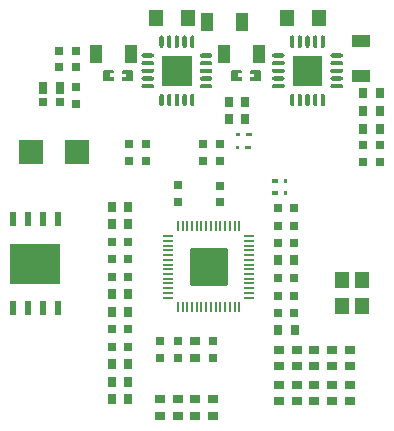
<source format=gbp>
G04 Layer: BottomPasteMaskLayer*
G04 EasyEDA Pro v2.2.28.1, 2024-10-09 18:22:48*
G04 Gerber Generator version 0.3*
G04 Scale: 100 percent, Rotated: No, Reflected: No*
G04 Dimensions in millimeters*
G04 Leading zeros omitted, absolute positions, 3 integers and 5 decimals*
%FSLAX35Y35*%
%MOMM*%
%AMRoundRect*1,1,$1,$2,$3*1,1,$1,$4,$5*1,1,$1,0-$2,0-$3*1,1,$1,0-$4,0-$5*20,1,$1,$2,$3,$4,$5,0*20,1,$1,$4,$5,0-$2,0-$3,0*20,1,$1,0-$2,0-$3,0-$4,0-$5,0*20,1,$1,0-$4,0-$5,$2,$3,0*4,1,4,$2,$3,$4,$5,0-$2,0-$3,0-$4,0-$5,$2,$3,0*%
%ADD10RoundRect,0.1X0.05X0.3875X0.05X-0.3875*%
%ADD11RoundRect,0.1X0.3875X0.05X0.3875X-0.05*%
%ADD12RoundRect,0.288X1.456X1.456X1.456X-1.456*%
%ADD13R,2.07X2.05999*%
%ADD14R,1.05X1.6*%
%ADD15R,1.6X1.05*%
%ADD16R,1.05X1.6*%
%ADD17R,0.6003X1.2*%
%ADD18R,0.6X1.2*%
%ADD19R,4.29999X3.39999*%
%ADD20R,0.8X0.762*%
%ADD21R,0.762X0.8*%
%ADD22R,0.762X0.8*%
%ADD23R,0.8X0.762*%
%ADD24R,0.8X0.9*%
%ADD25R,0.8X0.9*%
%ADD26R,0.9X0.8*%
%ADD27R,0.9X0.8*%
%ADD28R,1.2X1.4*%
%ADD29R,0.8001X1.04902*%
%ADD30R,0.8001X0.65024*%
%ADD31R,0.8001X1.04902*%
%ADD32R,0.8001X0.65024*%
%ADD33R,1.2X1.4*%
G75*


G04 PolygonModel Start*
G36*
G01X-2119108Y873223D02*
G01X-2371109Y873223D01*
G01X-2371109Y621222D01*
G01X-2119108Y621222D01*
G01X-2119108Y873223D01*
G37*
G36*
G01X-1962124Y859017D02*
G03X-1962124Y895420I0J18202D01*
G01X-2034422Y895420D01*
G03X-2034422Y859017I0J-18202D01*
G01X-1962124Y859017D01*
G37*
G36*
G01X-1962124Y794018D02*
G03X-1962124Y830421I0J18202D01*
G01X-2034422Y830421D01*
G03X-2034422Y794018I0J-18202D01*
G01X-1962124Y794018D01*
G37*
G36*
G01X-1962124Y729019D02*
G03X-1962124Y765423I0J18202D01*
G01X-2034422Y765423D01*
G03X-2034422Y729019I0J-18202D01*
G01X-1962124Y729019D01*
G37*
G36*
G01X-1962124Y664021D02*
G03X-1962124Y700424I0J18202D01*
G01X-2034422Y700424D01*
G03X-2034422Y664021I0J-18202D01*
G01X-1962124Y664021D01*
G37*
G36*
G01X-1962124Y599022D02*
G03X-1962124Y635425I0J18202D01*
G01X-2034422Y635425D01*
G03X-2034422Y599022I0J-18202D01*
G01X-1962124Y599022D01*
G37*
G36*
G01X-2096911Y536508D02*
G03X-2133315Y536508I-18202J0D01*
G01X-2133315Y464209D01*
G03X-2096911Y464209I18202J0D01*
G01X-2096911Y536508D01*
G37*
G36*
G01X-2161910Y536508D02*
G03X-2198313Y536508I-18202J0D01*
G01X-2198313Y464209D01*
G03X-2161910Y464209I18202J0D01*
G01X-2161910Y536508D01*
G37*
G36*
G01X-2226908Y536508D02*
G03X-2263312Y536508I-18202J0D01*
G01X-2263312Y464209D01*
G03X-2226908Y464209I18202J0D01*
G01X-2226908Y536508D01*
G37*
G36*
G01X-2291907Y536508D02*
G03X-2328310Y536508I-18202J0D01*
G01X-2328310Y464209D01*
G03X-2291907Y464209I18202J0D01*
G01X-2291907Y536508D01*
G37*
G36*
G01X-2356906Y536508D02*
G03X-2393309Y536508I-18202J0D01*
G01X-2393309Y464209D01*
G03X-2356906Y464209I18202J0D01*
G01X-2356906Y536508D01*
G37*
G36*
G01X-2455823Y599022D02*
G03X-2455823Y635425I0J18202D01*
G01X-2528122Y635425D01*
G03X-2528122Y599022I0J-18202D01*
G01X-2455823Y599022D01*
G37*
G36*
G01X-2455823Y664021D02*
G03X-2455823Y700424I0J18202D01*
G01X-2528122Y700424D01*
G03X-2528122Y664021I0J-18202D01*
G01X-2455823Y664021D01*
G37*
G36*
G01X-2455823Y729019D02*
G03X-2455823Y765423I0J18202D01*
G01X-2528122Y765423D01*
G03X-2528122Y729019I0J-18202D01*
G01X-2455823Y729019D01*
G37*
G36*
G01X-2455823Y794018D02*
G03X-2455823Y830421I0J18202D01*
G01X-2528122Y830421D01*
G03X-2528122Y794018I0J-18202D01*
G01X-2455823Y794018D01*
G37*
G36*
G01X-2455823Y859017D02*
G03X-2455823Y895420I0J18202D01*
G01X-2528122Y895420D01*
G03X-2528122Y859017I0J-18202D01*
G01X-2455823Y859017D01*
G37*
G36*
G01X-2356906Y1030207D02*
G03X-2393309Y1030207I-18202J0D01*
G01X-2393309Y957909D01*
G03X-2356906Y957909I18202J0D01*
G01X-2356906Y1030207D01*
G37*
G36*
G01X-2291907Y1030207D02*
G03X-2328310Y1030207I-18202J0D01*
G01X-2328310Y957909D01*
G03X-2291907Y957909I18202J0D01*
G01X-2291907Y1030207D01*
G37*
G36*
G01X-2226908Y1030207D02*
G03X-2263312Y1030207I-18202J0D01*
G01X-2263312Y957909D01*
G03X-2226908Y957909I18202J0D01*
G01X-2226908Y1030207D01*
G37*
G36*
G01X-2161910Y1030207D02*
G03X-2198313Y1030207I-18202J0D01*
G01X-2198313Y957909D01*
G03X-2161910Y957909I18202J0D01*
G01X-2161910Y1030207D01*
G37*
G36*
G01X-2096911Y1030207D02*
G03X-2133315Y1030207I-18202J0D01*
G01X-2133315Y957909D01*
G03X-2096911Y957909I18202J0D01*
G01X-2096911Y1030207D01*
G37*
G36*
G01X-1013110Y873223D02*
G01X-1265112Y873223D01*
G01X-1265112Y621222D01*
G01X-1013110Y621222D01*
G01X-1013110Y873223D01*
G37*
G36*
G01X-856126Y859017D02*
G03X-856126Y895420I0J18202D01*
G01X-928424Y895420D01*
G03X-928424Y859017I0J-18202D01*
G01X-856126Y859017D01*
G37*
G36*
G01X-856126Y794018D02*
G03X-856126Y830421I0J18202D01*
G01X-928424Y830421D01*
G03X-928424Y794018I0J-18202D01*
G01X-856126Y794018D01*
G37*
G36*
G01X-856126Y729019D02*
G03X-856126Y765423I0J18202D01*
G01X-928424Y765423D01*
G03X-928424Y729019I0J-18202D01*
G01X-856126Y729019D01*
G37*
G36*
G01X-856126Y664021D02*
G03X-856126Y700424I0J18202D01*
G01X-928424Y700424D01*
G03X-928424Y664021I0J-18202D01*
G01X-856126Y664021D01*
G37*
G36*
G01X-856126Y599022D02*
G03X-856126Y635425I0J18202D01*
G01X-928424Y635425D01*
G03X-928424Y599022I0J-18202D01*
G01X-856126Y599022D01*
G37*
G36*
G01X-990913Y536508D02*
G03X-1027317Y536508I-18202J0D01*
G01X-1027317Y464209D01*
G03X-990913Y464209I18202J0D01*
G01X-990913Y536508D01*
G37*
G36*
G01X-1055912Y536508D02*
G03X-1092315Y536508I-18202J0D01*
G01X-1092315Y464209D01*
G03X-1055912Y464209I18202J0D01*
G01X-1055912Y536508D01*
G37*
G36*
G01X-1120911Y536508D02*
G03X-1157314Y536508I-18202J0D01*
G01X-1157314Y464209D01*
G03X-1120911Y464209I18202J0D01*
G01X-1120911Y536508D01*
G37*
G36*
G01X-1185909Y536508D02*
G03X-1222313Y536508I-18202J0D01*
G01X-1222313Y464209D01*
G03X-1185909Y464209I18202J0D01*
G01X-1185909Y536508D01*
G37*
G36*
G01X-1250908Y536508D02*
G03X-1287311Y536508I-18202J0D01*
G01X-1287311Y464209D01*
G03X-1250908Y464209I18202J0D01*
G01X-1250908Y536508D01*
G37*
G36*
G01X-1349826Y599022D02*
G03X-1349826Y635425I0J18202D01*
G01X-1422124Y635425D01*
G03X-1422124Y599022I0J-18202D01*
G01X-1349826Y599022D01*
G37*
G36*
G01X-1349826Y664021D02*
G03X-1349826Y700424I0J18202D01*
G01X-1422124Y700424D01*
G03X-1422124Y664021I0J-18202D01*
G01X-1349826Y664021D01*
G37*
G36*
G01X-1349826Y729019D02*
G03X-1349826Y765423I0J18202D01*
G01X-1422124Y765423D01*
G03X-1422124Y729019I0J-18202D01*
G01X-1349826Y729019D01*
G37*
G36*
G01X-1349826Y794018D02*
G03X-1349826Y830421I0J18202D01*
G01X-1422124Y830421D01*
G03X-1422124Y794018I0J-18202D01*
G01X-1349826Y794018D01*
G37*
G36*
G01X-1349826Y859017D02*
G03X-1349826Y895420I0J18202D01*
G01X-1422124Y895420D01*
G03X-1422124Y859017I0J-18202D01*
G01X-1349826Y859017D01*
G37*
G36*
G01X-1250908Y1030207D02*
G03X-1287311Y1030207I-18202J0D01*
G01X-1287311Y957909D01*
G03X-1250908Y957909I18202J0D01*
G01X-1250908Y1030207D01*
G37*
G36*
G01X-1185909Y1030207D02*
G03X-1222313Y1030207I-18202J0D01*
G01X-1222313Y957909D01*
G03X-1185909Y957909I18202J0D01*
G01X-1185909Y1030207D01*
G37*
G36*
G01X-1120911Y1030207D02*
G03X-1157314Y1030207I-18202J0D01*
G01X-1157314Y957909D01*
G03X-1120911Y957909I18202J0D01*
G01X-1120911Y1030207D01*
G37*
G36*
G01X-1055912Y1030207D02*
G03X-1092315Y1030207I-18202J0D01*
G01X-1092315Y957909D01*
G03X-1055912Y957909I18202J0D01*
G01X-1055912Y1030207D01*
G37*
G36*
G01X-990913Y1030207D02*
G03X-1027317Y1030207I-18202J0D01*
G01X-1027317Y957909D01*
G03X-990913Y957909I18202J0D01*
G01X-990913Y1030207D01*
G37*
G36*
G01X-1666067Y82620D02*
G01X-1666067Y113380D01*
G01X-1615622Y113380D01*
G01X-1615622Y82620D01*
G01X-1666067Y82620D01*
G37*
G36*
G01X-1717197Y82620D02*
G01X-1717197Y113380D01*
G01X-1747321Y113380D01*
G01X-1747321Y82620D01*
G01X-1717197Y82620D01*
G37*
G36*
G01X-1392088Y-270620D02*
G01X-1392088Y-301379D01*
G01X-1442532Y-301379D01*
G01X-1442532Y-270620D01*
G01X-1392088Y-270620D01*
G37*
G36*
G01X-1340957Y-270620D02*
G01X-1340957Y-301379D01*
G01X-1310833Y-301379D01*
G01X-1310833Y-270620D01*
G01X-1340957Y-270620D01*
G37*
G36*
G01X-1392088Y-168620D02*
G01X-1392088Y-199379D01*
G01X-1442532Y-199379D01*
G01X-1442532Y-168620D01*
G01X-1392088Y-168620D01*
G37*
G36*
G01X-1340957Y-168620D02*
G01X-1340957Y-199379D01*
G01X-1310833Y-199379D01*
G01X-1310833Y-168620D01*
G01X-1340957Y-168620D01*
G37*
G36*
G01X-2863753Y753767D02*
G01X-2783753Y753767D01*
G01X-2778752Y748766D01*
G01X-2778752Y725970D01*
G01X-2815752Y725970D01*
G01X-2815752Y692970D01*
G01X-2778752Y692970D01*
G01X-2778752Y668766D01*
G01X-2783753Y663768D01*
G01X-2863753Y663768D01*
G01X-2868751Y668766D01*
G01X-2868751Y748766D01*
G01X-2863753Y753767D01*
G37*
G36*
G01X-2624749Y663770D02*
G01X-2704749Y663770D01*
G01X-2709750Y668771D01*
G01X-2709750Y691568D01*
G01X-2672750Y691568D01*
G01X-2672750Y724568D01*
G01X-2709750Y724568D01*
G01X-2709750Y748771D01*
G01X-2704749Y753770D01*
G01X-2624749Y753770D01*
G01X-2619750Y748771D01*
G01X-2619750Y668771D01*
G01X-2624749Y663770D01*
G37*
G36*
G01X-1780021Y753767D02*
G01X-1700021Y753767D01*
G01X-1695020Y748766D01*
G01X-1695020Y725970D01*
G01X-1732020Y725970D01*
G01X-1732020Y692970D01*
G01X-1695020Y692970D01*
G01X-1695020Y668766D01*
G01X-1700021Y663768D01*
G01X-1780021Y663768D01*
G01X-1785020Y668766D01*
G01X-1785020Y748766D01*
G01X-1780021Y753767D01*
G37*
G36*
G01X-1541017Y663770D02*
G01X-1621017Y663770D01*
G01X-1626018Y668771D01*
G01X-1626018Y691568D01*
G01X-1589018Y691568D01*
G01X-1589018Y724568D01*
G01X-1626018Y724568D01*
G01X-1626018Y748771D01*
G01X-1621017Y753770D01*
G01X-1541017Y753770D01*
G01X-1536019Y748771D01*
G01X-1536019Y668771D01*
G01X-1541017Y663770D01*
G37*
G36*
G01X-1660797Y192619D02*
G01X-1660797Y223378D01*
G01X-1610352Y223378D01*
G01X-1610352Y192619D01*
G01X-1660797Y192619D01*
G37*
G36*
G01X-1711927Y192619D02*
G01X-1711927Y223378D01*
G01X-1742051Y223378D01*
G01X-1742051Y192619D01*
G01X-1711927Y192619D01*
G37*

G04 Pad Start*
G54D10*
G01X-2237003Y-568609D03*
G01X-2197003Y-568609D03*
G01X-2157003Y-568609D03*
G01X-2117003Y-568609D03*
G01X-2077003Y-568609D03*
G01X-2037003Y-568609D03*
G01X-1997003Y-568609D03*
G01X-1957003Y-568609D03*
G01X-1917003Y-568609D03*
G01X-1877003Y-568609D03*
G01X-1837003Y-568609D03*
G01X-1797004Y-568609D03*
G01X-1757004Y-568609D03*
G01X-1717004Y-568609D03*
G54D11*
G01X-1633254Y-652359D03*
G01X-1633254Y-692359D03*
G01X-1633254Y-732359D03*
G01X-1633254Y-772359D03*
G01X-1633254Y-812359D03*
G01X-1633254Y-852359D03*
G01X-1633254Y-892359D03*
G01X-1633254Y-932359D03*
G01X-1633254Y-972359D03*
G01X-1633254Y-1012359D03*
G01X-1633254Y-1052359D03*
G01X-1633254Y-1092358D03*
G01X-1633254Y-1132358D03*
G01X-1633254Y-1172358D03*
G54D10*
G01X-1717004Y-1256108D03*
G01X-1757004Y-1256108D03*
G01X-1797004Y-1256108D03*
G01X-1837003Y-1256108D03*
G01X-1877003Y-1256108D03*
G01X-1917003Y-1256108D03*
G01X-1957003Y-1256108D03*
G01X-1997003Y-1256108D03*
G01X-2037003Y-1256108D03*
G01X-2077003Y-1256108D03*
G01X-2117003Y-1256108D03*
G01X-2157003Y-1256108D03*
G01X-2197003Y-1256108D03*
G01X-2237003Y-1256108D03*
G54D11*
G01X-2320753Y-1172358D03*
G01X-2320753Y-1132358D03*
G01X-2320753Y-1092358D03*
G01X-2320753Y-1052359D03*
G01X-2320753Y-1012359D03*
G01X-2320753Y-972359D03*
G01X-2320753Y-932359D03*
G01X-2320753Y-892359D03*
G01X-2320753Y-852359D03*
G01X-2320753Y-812359D03*
G01X-2320753Y-772359D03*
G01X-2320753Y-732359D03*
G01X-2320753Y-692359D03*
G01X-2320753Y-652359D03*
G54D12*
G01X-1977003Y-912359D03*
G54D13*
G01X-3479275Y63746D03*
G01X-3093474Y63746D03*
G54D14*
G01X-1695624Y1161207D03*
G01X-1990623Y1161207D03*
G54D15*
G01X-688126Y701164D03*
G01X-688126Y996163D03*
G54D16*
G01X-1845623Y886208D03*
G01X-1550624Y886208D03*
G01X-2929355Y886208D03*
G01X-2634356Y886208D03*
G54D18*
G01X-3379404Y-1263816D03*
G01X-3252404Y-1263816D03*
G01X-3633404Y-1263816D03*
G01X-3506404Y-1263816D03*
G01X-3506404Y-503848D03*
G01X-3379404Y-503848D03*
G01X-3252404Y-503822D03*
G01X-3633404Y-503822D03*
G54D19*
G01X-3442879Y-883857D03*
G54D20*
G01X-1393124Y-710622D03*
G01X-1253119Y-710622D03*
G01X-1393124Y-1006700D03*
G01X-1253119Y-1006700D03*
G01X-1393124Y-1154739D03*
G01X-1253119Y-1154739D03*
G01X-2796679Y-848334D03*
G01X-2656674Y-848334D03*
G54D21*
G01X-1877943Y-365141D03*
G01X-1877943Y-225136D03*
G01X-2236083Y-362601D03*
G01X-2236083Y-222596D03*
G54D20*
G01X-2796679Y-996241D03*
G01X-2656674Y-996241D03*
G54D21*
G01X-2238122Y-1683000D03*
G01X-2238122Y-1542995D03*
G01X-3096447Y779246D03*
G01X-3096447Y919251D03*
G01X-3240667Y776212D03*
G01X-3240667Y916217D03*
G01X-2388122Y-1683000D03*
G01X-2388122Y-1542995D03*
G54D20*
G01X-2796679Y-1587869D03*
G01X-2656674Y-1587869D03*
G01X-1393124Y-1302779D03*
G01X-1253119Y-1302779D03*
G01X-2796679Y-700427D03*
G01X-2656674Y-700427D03*
G01X-2796679Y-1439962D03*
G01X-2656674Y-1439962D03*
G54D22*
G01X-3096988Y606942D03*
G01X-3096988Y466937D03*
G54D21*
G01X-1938679Y-1683000D03*
G01X-1938679Y-1542995D03*
G54D22*
G01X-2021996Y127002D03*
G01X-2021996Y-13003D03*
G01X-1878484Y127002D03*
G01X-1878484Y-13003D03*
G54D23*
G01X-1251570Y-414003D03*
G01X-1391575Y-414003D03*
G01X-1251570Y-562042D03*
G01X-1391575Y-562042D03*
G54D22*
G01X-2646995Y127002D03*
G01X-2646995Y-13003D03*
G01X-2502774Y127002D03*
G01X-2502774Y-13003D03*
G54D20*
G01X-667298Y116700D03*
G01X-527294Y116700D03*
G54D23*
G01X-527294Y-27521D03*
G01X-667298Y-27521D03*
G54D24*
G01X-2796679Y-1292055D03*
G01X-2656674Y-1292055D03*
G01X-2796679Y-1144148D03*
G01X-2656674Y-1144148D03*
G54D25*
G01X-527908Y559178D03*
G01X-667913Y559178D03*
G54D24*
G01X-2796679Y-2031590D03*
G01X-2656674Y-2031590D03*
G54D26*
G01X-2388392Y-2034657D03*
G01X-2388392Y-2174662D03*
G01X-2238393Y-2034657D03*
G01X-2238393Y-2174662D03*
G01X-2088393Y-2034657D03*
G01X-2088393Y-2174662D03*
G54D25*
G01X-528124Y255892D03*
G01X-668128Y255892D03*
G01X-528124Y405815D03*
G01X-668128Y405815D03*
G01X-1668001Y481892D03*
G01X-1808006Y481892D03*
G01X-1668001Y337209D03*
G01X-1808006Y337209D03*
G01X-1253121Y-858120D03*
G01X-1393126Y-858120D03*
G01X-2655125Y-551979D03*
G01X-2795130Y-551979D03*
G01X-2655125Y-404072D03*
G01X-2795130Y-404072D03*
G54D24*
G01X-2796679Y-1883683D03*
G01X-2656674Y-1883683D03*
G01X-2796679Y-1735776D03*
G01X-2656674Y-1735776D03*
G01X-1387911Y-1450818D03*
G01X-1247906Y-1450818D03*
G54D26*
G01X-1938392Y-2034657D03*
G01X-1938392Y-2174662D03*
G01X-1381184Y-1613656D03*
G01X-1381184Y-1753660D03*
G01X-1231184Y-1613656D03*
G01X-1231184Y-1753660D03*
G01X-1081184Y-1613656D03*
G01X-1081184Y-1753660D03*
G01X-931184Y-1613656D03*
G01X-931184Y-1753660D03*
G01X-778223Y-1613656D03*
G01X-778223Y-1753660D03*
G01X-1382179Y-1910129D03*
G01X-1382179Y-2050133D03*
G01X-1232179Y-1910129D03*
G01X-1232179Y-2050133D03*
G01X-1082179Y-1910129D03*
G01X-1082179Y-2050133D03*
G01X-932179Y-1910129D03*
G01X-932179Y-2050133D03*
G01X-779218Y-1910129D03*
G01X-779218Y-2050133D03*
G54D27*
G01X-2088400Y-1683000D03*
G01X-2088400Y-1542995D03*
G54D28*
G01X-677415Y-1023233D03*
G01X-677415Y-1243232D03*
G01X-847415Y-1243232D03*
G01X-847415Y-1023233D03*
G54D29*
G01X-3237897Y601862D03*
G54D30*
G01X-3237897Y485022D03*
G54D31*
G01X-3375555Y601862D03*
G54D32*
G01X-3375555Y485022D03*
G54D33*
G01X-1313126Y1196207D03*
G01X-1043124Y1196207D03*
G01X-2418124Y1196207D03*
G01X-2148122Y1196207D03*
G04 Pad End*

M02*


</source>
